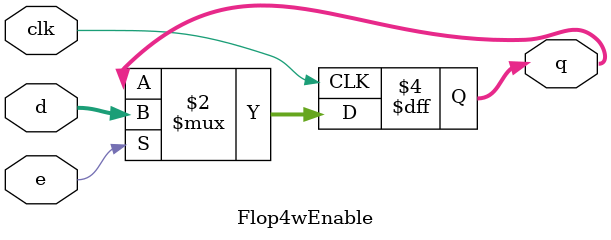
<source format=sv>
`timescale 1ns / 1ps


module Flop4wEnable(
    input reg clk, e,
    input reg [3:0] d,
    output reg [3:0] q
    );
    always @ (posedge clk)
        if(e) q<=d;
endmodule

</source>
